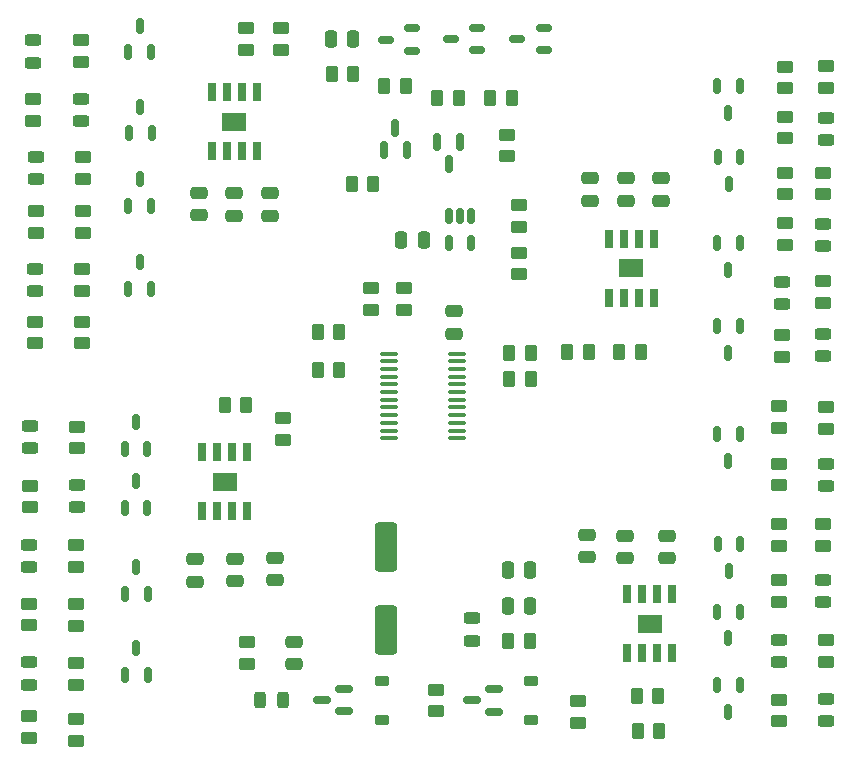
<source format=gbr>
%TF.GenerationSoftware,KiCad,Pcbnew,7.0.5*%
%TF.CreationDate,2023-09-16T15:25:37-07:00*%
%TF.ProjectId,ValveServoI2C,56616c76-6553-4657-9276-6f4932432e6b,rev?*%
%TF.SameCoordinates,Original*%
%TF.FileFunction,Paste,Top*%
%TF.FilePolarity,Positive*%
%FSLAX46Y46*%
G04 Gerber Fmt 4.6, Leading zero omitted, Abs format (unit mm)*
G04 Created by KiCad (PCBNEW 7.0.5) date 2023-09-16 15:25:37*
%MOMM*%
%LPD*%
G01*
G04 APERTURE LIST*
G04 Aperture macros list*
%AMRoundRect*
0 Rectangle with rounded corners*
0 $1 Rounding radius*
0 $2 $3 $4 $5 $6 $7 $8 $9 X,Y pos of 4 corners*
0 Add a 4 corners polygon primitive as box body*
4,1,4,$2,$3,$4,$5,$6,$7,$8,$9,$2,$3,0*
0 Add four circle primitives for the rounded corners*
1,1,$1+$1,$2,$3*
1,1,$1+$1,$4,$5*
1,1,$1+$1,$6,$7*
1,1,$1+$1,$8,$9*
0 Add four rect primitives between the rounded corners*
20,1,$1+$1,$2,$3,$4,$5,0*
20,1,$1+$1,$4,$5,$6,$7,0*
20,1,$1+$1,$6,$7,$8,$9,0*
20,1,$1+$1,$8,$9,$2,$3,0*%
G04 Aperture macros list end*
%ADD10RoundRect,0.250000X-0.262500X-0.450000X0.262500X-0.450000X0.262500X0.450000X-0.262500X0.450000X0*%
%ADD11RoundRect,0.250000X0.450000X-0.262500X0.450000X0.262500X-0.450000X0.262500X-0.450000X-0.262500X0*%
%ADD12RoundRect,0.250000X0.475000X-0.250000X0.475000X0.250000X-0.475000X0.250000X-0.475000X-0.250000X0*%
%ADD13RoundRect,0.150000X0.150000X-0.512500X0.150000X0.512500X-0.150000X0.512500X-0.150000X-0.512500X0*%
%ADD14RoundRect,0.150000X-0.150000X0.512500X-0.150000X-0.512500X0.150000X-0.512500X0.150000X0.512500X0*%
%ADD15RoundRect,0.250000X-0.450000X0.262500X-0.450000X-0.262500X0.450000X-0.262500X0.450000X0.262500X0*%
%ADD16RoundRect,0.150000X-0.150000X0.587500X-0.150000X-0.587500X0.150000X-0.587500X0.150000X0.587500X0*%
%ADD17RoundRect,0.250000X-0.475000X0.250000X-0.475000X-0.250000X0.475000X-0.250000X0.475000X0.250000X0*%
%ADD18RoundRect,0.100000X-0.637500X-0.100000X0.637500X-0.100000X0.637500X0.100000X-0.637500X0.100000X0*%
%ADD19RoundRect,0.243750X0.456250X-0.243750X0.456250X0.243750X-0.456250X0.243750X-0.456250X-0.243750X0*%
%ADD20RoundRect,0.150000X0.150000X-0.587500X0.150000X0.587500X-0.150000X0.587500X-0.150000X-0.587500X0*%
%ADD21RoundRect,0.250000X0.250000X0.475000X-0.250000X0.475000X-0.250000X-0.475000X0.250000X-0.475000X0*%
%ADD22RoundRect,0.250000X0.262500X0.450000X-0.262500X0.450000X-0.262500X-0.450000X0.262500X-0.450000X0*%
%ADD23RoundRect,0.150000X0.587500X0.150000X-0.587500X0.150000X-0.587500X-0.150000X0.587500X-0.150000X0*%
%ADD24RoundRect,0.150000X0.512500X0.150000X-0.512500X0.150000X-0.512500X-0.150000X0.512500X-0.150000X0*%
%ADD25RoundRect,0.225000X-0.375000X0.225000X-0.375000X-0.225000X0.375000X-0.225000X0.375000X0.225000X0*%
%ADD26RoundRect,0.243750X-0.456250X0.243750X-0.456250X-0.243750X0.456250X-0.243750X0.456250X0.243750X0*%
%ADD27RoundRect,0.243750X0.243750X0.456250X-0.243750X0.456250X-0.243750X-0.456250X0.243750X-0.456250X0*%
%ADD28R,0.802000X1.505000*%
%ADD29R,2.101200X1.567800*%
%ADD30RoundRect,0.250000X0.700000X-1.825000X0.700000X1.825000X-0.700000X1.825000X-0.700000X-1.825000X0*%
G04 APERTURE END LIST*
D10*
%TO.C,R41*%
X124087500Y-61000000D03*
X125912500Y-61000000D03*
%TD*%
D11*
%TO.C,R18*%
X157000000Y-60127500D03*
X157000000Y-58302500D03*
%TD*%
%TO.C,R20*%
X153500000Y-60162500D03*
X153500000Y-58337500D03*
%TD*%
D12*
%TO.C,C7*%
X143050000Y-69700000D03*
X143050000Y-67800000D03*
%TD*%
D11*
%TO.C,R27*%
X153000000Y-103662500D03*
X153000000Y-101837500D03*
%TD*%
D12*
%TO.C,C9*%
X140000000Y-99950000D03*
X140000000Y-98050000D03*
%TD*%
D13*
%TO.C,D34*%
X97625000Y-90725000D03*
X99525000Y-90725000D03*
X98575000Y-88450000D03*
%TD*%
D14*
%TO.C,D12*%
X149700000Y-89475000D03*
X147800000Y-89475000D03*
X148750000Y-91750000D03*
%TD*%
D15*
%TO.C,R34*%
X89500000Y-113337500D03*
X89500000Y-115162500D03*
%TD*%
D16*
%TO.C,Q1*%
X126000000Y-64750000D03*
X124100000Y-64750000D03*
X125050000Y-66625000D03*
%TD*%
D12*
%TO.C,C8*%
X136750000Y-99900000D03*
X136750000Y-98000000D03*
%TD*%
D14*
%TO.C,D8*%
X149750000Y-66025000D03*
X147850000Y-66025000D03*
X148800000Y-68300000D03*
%TD*%
D12*
%TO.C,C10*%
X143532500Y-99950000D03*
X143532500Y-98050000D03*
%TD*%
D17*
%TO.C,C11*%
X110400000Y-99905000D03*
X110400000Y-101805000D03*
%TD*%
D18*
%TO.C,U1*%
X120035000Y-82650000D03*
X120035000Y-83300000D03*
X120035000Y-83950000D03*
X120035000Y-84600000D03*
X120035000Y-85250000D03*
X120035000Y-85900000D03*
X120035000Y-86550000D03*
X120035000Y-87200000D03*
X120035000Y-87850000D03*
X120035000Y-88500000D03*
X120035000Y-89150000D03*
X120035000Y-89800000D03*
X125760000Y-89800000D03*
X125760000Y-89150000D03*
X125760000Y-88500000D03*
X125760000Y-87850000D03*
X125760000Y-87200000D03*
X125760000Y-86550000D03*
X125760000Y-85900000D03*
X125760000Y-85250000D03*
X125760000Y-84600000D03*
X125760000Y-83950000D03*
X125760000Y-83300000D03*
X125760000Y-82650000D03*
%TD*%
D19*
%TO.C,D27*%
X93905000Y-62937500D03*
X93905000Y-61062500D03*
%TD*%
D11*
%TO.C,R29*%
X153000000Y-93800000D03*
X153000000Y-91975000D03*
%TD*%
D15*
%TO.C,R9*%
X90095000Y-70587500D03*
X90095000Y-72412500D03*
%TD*%
D20*
%TO.C,Q2*%
X119600000Y-65375000D03*
X121500000Y-65375000D03*
X120550000Y-63500000D03*
%TD*%
D21*
%TO.C,C19*%
X122950000Y-73000000D03*
X121050000Y-73000000D03*
%TD*%
D11*
%TO.C,R45*%
X124000000Y-112912500D03*
X124000000Y-111087500D03*
%TD*%
D22*
%TO.C,R6*%
X115800000Y-84000000D03*
X113975000Y-84000000D03*
%TD*%
D23*
%TO.C,Q4*%
X128875000Y-112950000D03*
X128875000Y-111050000D03*
X127000000Y-112000000D03*
%TD*%
D15*
%TO.C,R12*%
X94095000Y-70587500D03*
X94095000Y-72412500D03*
%TD*%
D23*
%TO.C,Q3*%
X116200000Y-112900000D03*
X116200000Y-111000000D03*
X114325000Y-111950000D03*
%TD*%
D14*
%TO.C,U6*%
X126950000Y-71000000D03*
X126000000Y-71000000D03*
X125050000Y-71000000D03*
X125050000Y-73275000D03*
X126950000Y-73275000D03*
%TD*%
D15*
%TO.C,R38*%
X93500000Y-113587500D03*
X93500000Y-115412500D03*
%TD*%
D24*
%TO.C,D18*%
X122000000Y-57000000D03*
X122000000Y-55100000D03*
X119725000Y-56050000D03*
%TD*%
D12*
%TO.C,C5*%
X137000000Y-69700000D03*
X137000000Y-67800000D03*
%TD*%
D11*
%TO.C,R53*%
X93905000Y-57912500D03*
X93905000Y-56087500D03*
%TD*%
%TO.C,R57*%
X131000000Y-71912500D03*
X131000000Y-70087500D03*
%TD*%
D21*
%TO.C,C18*%
X131950000Y-104000000D03*
X130050000Y-104000000D03*
%TD*%
D22*
%TO.C,R40*%
X118662500Y-68250000D03*
X116837500Y-68250000D03*
%TD*%
%TO.C,R43*%
X130412500Y-61000000D03*
X128587500Y-61000000D03*
%TD*%
D15*
%TO.C,R33*%
X89500000Y-103812500D03*
X89500000Y-105637500D03*
%TD*%
D17*
%TO.C,C12*%
X107000000Y-100000000D03*
X107000000Y-101900000D03*
%TD*%
D11*
%TO.C,R56*%
X93625000Y-90637500D03*
X93625000Y-88812500D03*
%TD*%
%TO.C,R25*%
X156750000Y-98912500D03*
X156750000Y-97087500D03*
%TD*%
D15*
%TO.C,R8*%
X110905000Y-55087500D03*
X110905000Y-56912500D03*
%TD*%
D25*
%TO.C,D20*%
X132000000Y-110350000D03*
X132000000Y-113650000D03*
%TD*%
D26*
%TO.C,D2*%
X90000000Y-75475000D03*
X90000000Y-77350000D03*
%TD*%
D11*
%TO.C,R46*%
X136000000Y-113912500D03*
X136000000Y-112087500D03*
%TD*%
D15*
%TO.C,R14*%
X94000000Y-79925000D03*
X94000000Y-81750000D03*
%TD*%
D21*
%TO.C,C14*%
X117000000Y-56000000D03*
X115100000Y-56000000D03*
%TD*%
D15*
%TO.C,R49*%
X89905000Y-61087500D03*
X89905000Y-62912500D03*
%TD*%
D14*
%TO.C,D33*%
X149700000Y-110725000D03*
X147800000Y-110725000D03*
X148750000Y-113000000D03*
%TD*%
D11*
%TO.C,R17*%
X156750000Y-69162500D03*
X156750000Y-67337500D03*
%TD*%
D17*
%TO.C,C3*%
X103905000Y-69000000D03*
X103905000Y-70900000D03*
%TD*%
D26*
%TO.C,D28*%
X153250000Y-76562500D03*
X153250000Y-78437500D03*
%TD*%
%TO.C,D14*%
X89500000Y-108787500D03*
X89500000Y-110662500D03*
%TD*%
D10*
%TO.C,R2*%
X130200000Y-84800000D03*
X132025000Y-84800000D03*
%TD*%
%TO.C,R15*%
X139527500Y-82510000D03*
X141352500Y-82510000D03*
%TD*%
D12*
%TO.C,C6*%
X140040000Y-69700000D03*
X140040000Y-67800000D03*
%TD*%
D13*
%TO.C,D15*%
X97675000Y-103000000D03*
X99575000Y-103000000D03*
X98625000Y-100725000D03*
%TD*%
D27*
%TO.C,D21*%
X111000000Y-112000000D03*
X109125000Y-112000000D03*
%TD*%
D26*
%TO.C,D23*%
X89905000Y-56125000D03*
X89905000Y-58000000D03*
%TD*%
D15*
%TO.C,R11*%
X94095000Y-65987500D03*
X94095000Y-67812500D03*
%TD*%
D10*
%TO.C,R48*%
X130087500Y-107000000D03*
X131912500Y-107000000D03*
%TD*%
D11*
%TO.C,R26*%
X157000000Y-89000000D03*
X157000000Y-87175000D03*
%TD*%
D13*
%TO.C,D16*%
X97675000Y-109862500D03*
X99575000Y-109862500D03*
X98625000Y-107587500D03*
%TD*%
D11*
%TO.C,R30*%
X153000000Y-88912500D03*
X153000000Y-87087500D03*
%TD*%
D28*
%TO.C,U3*%
X142440000Y-72915000D03*
X141170000Y-72915000D03*
X139900000Y-72915000D03*
X138630000Y-72915000D03*
X138630000Y-77910000D03*
X139900000Y-77910000D03*
X141170000Y-77910000D03*
X142440000Y-77910000D03*
D29*
X140535000Y-75412500D03*
%TD*%
D11*
%TO.C,R7*%
X107905000Y-56912500D03*
X107905000Y-55087500D03*
%TD*%
D10*
%TO.C,R24*%
X141087500Y-114602500D03*
X142912500Y-114602500D03*
%TD*%
D13*
%TO.C,D4*%
X97955000Y-77137500D03*
X99855000Y-77137500D03*
X98905000Y-74862500D03*
%TD*%
D15*
%TO.C,R52*%
X89625000Y-93812500D03*
X89625000Y-95637500D03*
%TD*%
D17*
%TO.C,C13*%
X103600000Y-100055000D03*
X103600000Y-101955000D03*
%TD*%
D15*
%TO.C,R37*%
X93500000Y-108837500D03*
X93500000Y-110662500D03*
%TD*%
D11*
%TO.C,R58*%
X131000000Y-75912500D03*
X131000000Y-74087500D03*
%TD*%
D22*
%TO.C,R44*%
X117000000Y-59000000D03*
X115175000Y-59000000D03*
%TD*%
D13*
%TO.C,D31*%
X97955000Y-57137500D03*
X99855000Y-57137500D03*
X98905000Y-54862500D03*
%TD*%
D11*
%TO.C,R21*%
X153500000Y-73412500D03*
X153500000Y-71587500D03*
%TD*%
D10*
%TO.C,R16*%
X135087500Y-82500000D03*
X136912500Y-82500000D03*
%TD*%
D19*
%TO.C,D6*%
X157000000Y-64552500D03*
X157000000Y-62677500D03*
%TD*%
D28*
%TO.C,U2*%
X105000000Y-65497500D03*
X106270000Y-65497500D03*
X107540000Y-65497500D03*
X108810000Y-65497500D03*
X108810000Y-60502500D03*
X107540000Y-60502500D03*
X106270000Y-60502500D03*
X105000000Y-60502500D03*
D29*
X106905000Y-63000000D03*
%TD*%
D24*
%TO.C,D17*%
X127500000Y-56950000D03*
X127500000Y-55050000D03*
X125225000Y-56000000D03*
%TD*%
D17*
%TO.C,C4*%
X106905000Y-69050000D03*
X106905000Y-70950000D03*
%TD*%
D28*
%TO.C,U4*%
X144000000Y-103005000D03*
X142730000Y-103005000D03*
X141460000Y-103005000D03*
X140190000Y-103005000D03*
X140190000Y-108000000D03*
X141460000Y-108000000D03*
X142730000Y-108000000D03*
X144000000Y-108000000D03*
D29*
X142095000Y-105502500D03*
%TD*%
D11*
%TO.C,R32*%
X111000000Y-89912500D03*
X111000000Y-88087500D03*
%TD*%
D19*
%TO.C,D10*%
X157000000Y-93875000D03*
X157000000Y-92000000D03*
%TD*%
%TO.C,D5*%
X156750000Y-73500000D03*
X156750000Y-71625000D03*
%TD*%
D15*
%TO.C,R36*%
X93500000Y-103837500D03*
X93500000Y-105662500D03*
%TD*%
%TO.C,R35*%
X93500000Y-98837500D03*
X93500000Y-100662500D03*
%TD*%
D10*
%TO.C,R5*%
X113975000Y-80800000D03*
X115800000Y-80800000D03*
%TD*%
D11*
%TO.C,R50*%
X156750000Y-78350000D03*
X156750000Y-76525000D03*
%TD*%
D19*
%TO.C,D9*%
X156750000Y-103687500D03*
X156750000Y-101812500D03*
%TD*%
D13*
%TO.C,D38*%
X97625000Y-95725000D03*
X99525000Y-95725000D03*
X98575000Y-93450000D03*
%TD*%
D11*
%TO.C,R51*%
X157000000Y-108750000D03*
X157000000Y-106925000D03*
%TD*%
D15*
%TO.C,R10*%
X90000000Y-79925000D03*
X90000000Y-81750000D03*
%TD*%
D30*
%TO.C,C15*%
X119800000Y-106000000D03*
X119800000Y-99050000D03*
%TD*%
D13*
%TO.C,D35*%
X98005000Y-64000000D03*
X99905000Y-64000000D03*
X98955000Y-61725000D03*
%TD*%
D11*
%TO.C,R22*%
X153500000Y-69162500D03*
X153500000Y-67337500D03*
%TD*%
D24*
%TO.C,D39*%
X133137500Y-56950000D03*
X133137500Y-55050000D03*
X130862500Y-56000000D03*
%TD*%
D14*
%TO.C,D7*%
X149700000Y-59975000D03*
X147800000Y-59975000D03*
X148750000Y-62250000D03*
%TD*%
D26*
%TO.C,D26*%
X89625000Y-88787500D03*
X89625000Y-90662500D03*
%TD*%
D14*
%TO.C,D11*%
X149750000Y-98750000D03*
X147850000Y-98750000D03*
X148800000Y-101025000D03*
%TD*%
D26*
%TO.C,D22*%
X127000000Y-105062500D03*
X127000000Y-106937500D03*
%TD*%
D17*
%TO.C,C17*%
X112000000Y-107050000D03*
X112000000Y-108950000D03*
%TD*%
D15*
%TO.C,R55*%
X153000000Y-111925000D03*
X153000000Y-113750000D03*
%TD*%
D28*
%TO.C,U5*%
X104190000Y-95995000D03*
X105460000Y-95995000D03*
X106730000Y-95995000D03*
X108000000Y-95995000D03*
X108000000Y-91000000D03*
X106730000Y-91000000D03*
X105460000Y-91000000D03*
X104190000Y-91000000D03*
D29*
X106095000Y-93497500D03*
%TD*%
D15*
%TO.C,R54*%
X153250000Y-81087500D03*
X153250000Y-82912500D03*
%TD*%
D19*
%TO.C,D25*%
X157000000Y-113775000D03*
X157000000Y-111900000D03*
%TD*%
D22*
%TO.C,R42*%
X121412500Y-60000000D03*
X119587500Y-60000000D03*
%TD*%
D25*
%TO.C,D19*%
X119400000Y-110350000D03*
X119400000Y-113650000D03*
%TD*%
D13*
%TO.C,D3*%
X97955000Y-70137500D03*
X99855000Y-70137500D03*
X98905000Y-67862500D03*
%TD*%
D26*
%TO.C,D29*%
X153000000Y-106900000D03*
X153000000Y-108775000D03*
%TD*%
D22*
%TO.C,R1*%
X132025000Y-82550000D03*
X130200000Y-82550000D03*
%TD*%
D12*
%TO.C,C1*%
X125500000Y-80950000D03*
X125500000Y-79050000D03*
%TD*%
D11*
%TO.C,R19*%
X153500000Y-64415000D03*
X153500000Y-62590000D03*
%TD*%
D15*
%TO.C,R3*%
X118500000Y-77087500D03*
X118500000Y-78912500D03*
%TD*%
D14*
%TO.C,D36*%
X149700000Y-73300000D03*
X147800000Y-73300000D03*
X148750000Y-75575000D03*
%TD*%
D17*
%TO.C,C2*%
X109905000Y-69050000D03*
X109905000Y-70950000D03*
%TD*%
D26*
%TO.C,D13*%
X89500000Y-98812500D03*
X89500000Y-100687500D03*
%TD*%
D14*
%TO.C,D37*%
X149700000Y-104475000D03*
X147800000Y-104475000D03*
X148750000Y-106750000D03*
%TD*%
D19*
%TO.C,D24*%
X156750000Y-82875000D03*
X156750000Y-81000000D03*
%TD*%
%TO.C,D30*%
X93625000Y-95662500D03*
X93625000Y-93787500D03*
%TD*%
D11*
%TO.C,R39*%
X130000000Y-65912500D03*
X130000000Y-64087500D03*
%TD*%
%TO.C,R47*%
X108000000Y-108912500D03*
X108000000Y-107087500D03*
%TD*%
%TO.C,R28*%
X153000000Y-98912500D03*
X153000000Y-97087500D03*
%TD*%
D22*
%TO.C,R31*%
X107912500Y-87000000D03*
X106087500Y-87000000D03*
%TD*%
D11*
%TO.C,R4*%
X121250000Y-78912500D03*
X121250000Y-77087500D03*
%TD*%
D14*
%TO.C,D32*%
X149700000Y-80300000D03*
X147800000Y-80300000D03*
X148750000Y-82575000D03*
%TD*%
D21*
%TO.C,C16*%
X131950000Y-101000000D03*
X130050000Y-101000000D03*
%TD*%
D10*
%TO.C,R23*%
X141000000Y-111602500D03*
X142825000Y-111602500D03*
%TD*%
D26*
%TO.C,D1*%
X90095000Y-65962500D03*
X90095000Y-67837500D03*
%TD*%
D15*
%TO.C,R13*%
X94000000Y-75500000D03*
X94000000Y-77325000D03*
%TD*%
M02*

</source>
